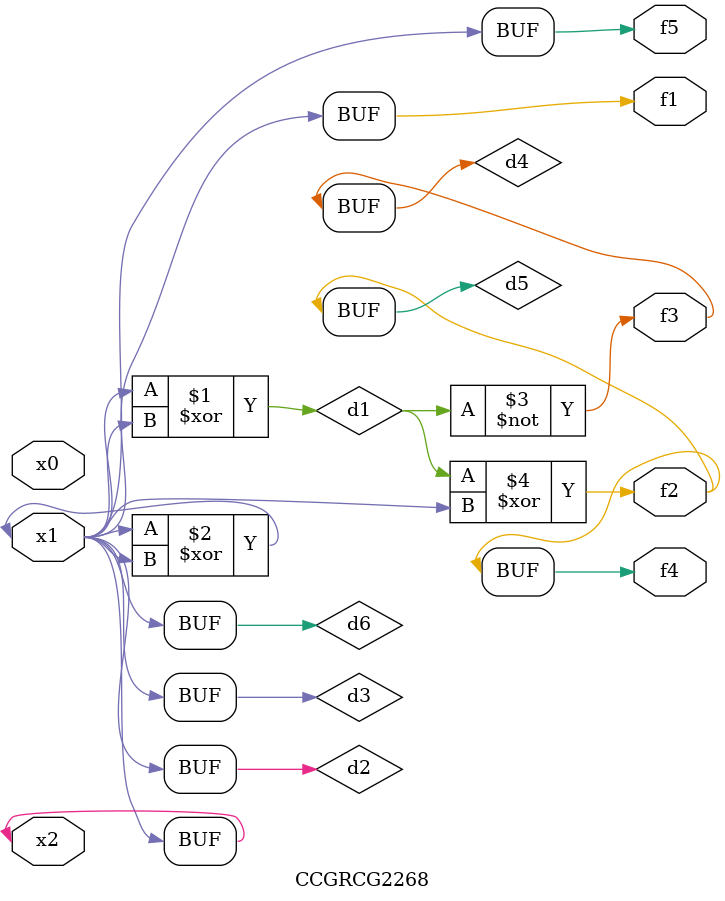
<source format=v>
module CCGRCG2268(
	input x0, x1, x2,
	output f1, f2, f3, f4, f5
);

	wire d1, d2, d3, d4, d5, d6;

	xor (d1, x1, x2);
	buf (d2, x1, x2);
	xor (d3, x1, x2);
	nor (d4, d1);
	xor (d5, d1, d2);
	buf (d6, d2, d3);
	assign f1 = d6;
	assign f2 = d5;
	assign f3 = d4;
	assign f4 = d5;
	assign f5 = d6;
endmodule

</source>
